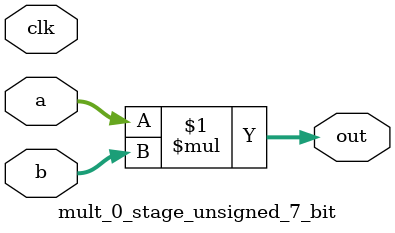
<source format=sv>
(* use_dsp = "yes" *) module mult_0_stage_unsigned_7_bit(
	input  [6:0] a,
	input  [6:0] b,
	output [6:0] out,
	input clk);

	assign out = a * b;
endmodule

</source>
